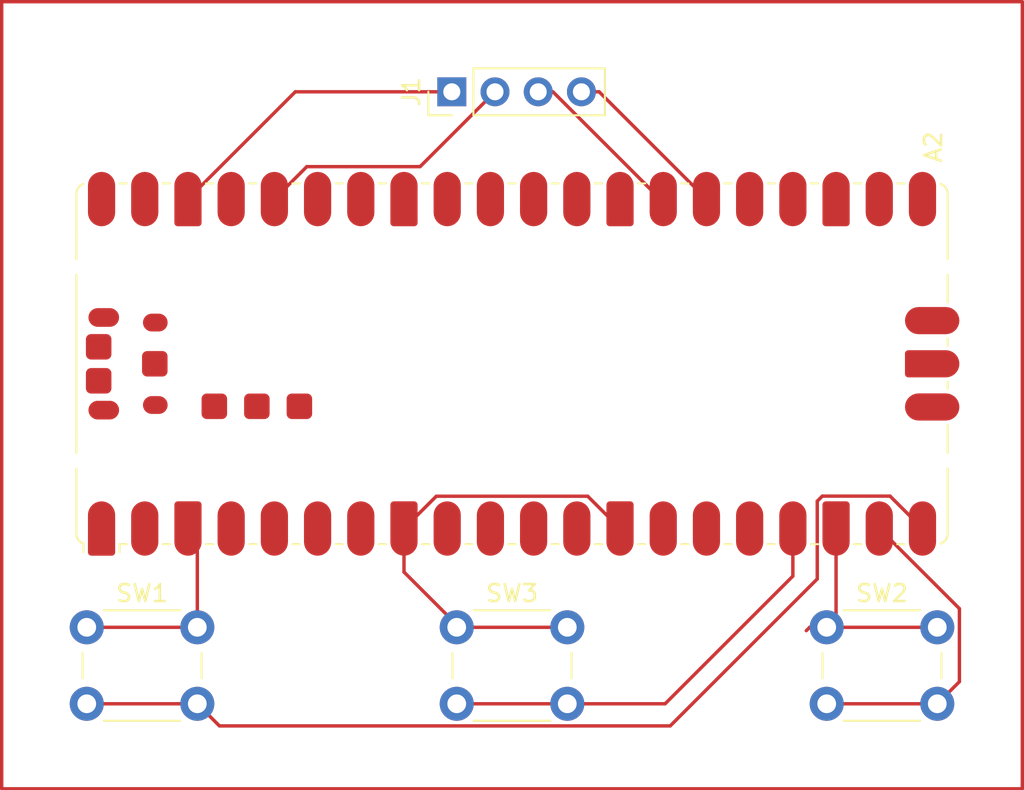
<source format=kicad_pcb>
(kicad_pcb (version 20241229) (generator "pcbnew") (generator_version "9.0")
  (layers (0 "F.Cu" signal) (2 "B.Cu" signal) (13 "F.Paste" user) (15 "B.Paste" user) (5 "F.SilkS" user "F.Silkscreen") (7 "B.SilkS" user "B.Silkscreen") (1 "F.Mask" user) (3 "B.Mask" user) (25 "Edge.Cuts" user))
  (net 0 "")
  (net 1 "Net-(A2-3V3)")
  (net 9 "Net-(A2-GPIO13)")
  (net 11 "Net-(A2-GPIO21)")
  (net 21 "Net-(A2-GPIO20)")
  (net 27 "Net-(A2-GPIO15)")
  (net 30 "Net-(A2-GPIO14)")
  (net 33 "Net-(J1-GND)")
  (footprint "Button_Switch_THT:SW_PUSH_6mm_H7.3mm" (layer "F.Cu") (at 25 40.5)
    (property "Reference" "SW1" (at 3.25 -2 0) (layer "F.SilkS"))
    (property "Value" "SW_Push")
    (fp_line (start -0.25 1.5) (end -0.25 3) (stroke (width 0.12)) (layer "F.SilkS"))
    (fp_line (start 1 5.5) (end 5.5 5.5) (stroke (width 0.12)) (layer "F.SilkS"))
    (fp_line (start 5.5 -1) (end 1 -1) (stroke (width 0.12)) (layer "F.SilkS"))
    (fp_line (start 6.75 3) (end 6.75 1.5) (stroke (width 0.12)) (layer "F.SilkS"))
    (pad "1" thru_hole circle (at 0 0 90) (size 2 2) (drill 1.1) (layers "*.Cu" "*.Mask") (net 33 "Net-(J1-GND)"))
    (pad "1" thru_hole circle (at 6.5 0 90) (size 2 2) (drill 1.1) (layers "*.Cu" "*.Mask") (net 33 "Net-(J1-GND)"))
    (pad "2" thru_hole circle (at 0 4.5 90) (size 2 2) (drill 1.1) (layers "*.Cu" "*.Mask") (net 27 "Net-(A2-GPIO15)"))
    (pad "2" thru_hole circle (at 6.5 4.5 90) (size 2 2) (drill 1.1) (layers "*.Cu" "*.Mask") (net 27 "Net-(A2-GPIO15)"))
  )
  (footprint "Connector_PinHeader_2.54mm:PinHeader_1x04_P2.54mm_Vertical" (layer "F.Cu") (at 46.46 9 90)
    (property "Reference" "J1" (at 0 -2.38 90) (layer "F.SilkS"))
    (property "Value" "I2C OLED")
    (fp_line (start -1.38 -1.38) (end 0 -1.38) (stroke (width 0.12)) (layer "F.SilkS"))
    (fp_line (start -1.38 0) (end -1.38 -1.38) (stroke (width 0.12)) (layer "F.SilkS"))
    (fp_line (start 1.38 1.27) (end 1.38 9) (stroke (width 0.12)) (layer "F.SilkS"))
    (fp_line (start -1.38 1.27) (end 1.38 1.27) (stroke (width 0.12)) (layer "F.SilkS"))
    (fp_line (start -1.38 1.27) (end -1.38 9) (stroke (width 0.12)) (layer "F.SilkS"))
    (fp_line (start -1.38 9) (end 1.38 9) (stroke (width 0.12)) (layer "F.SilkS"))
    (pad "1" thru_hole rect (at 0 0 90) (size 1.7 1.7) (drill 1) (layers "*.Cu" "*.Mask") (net 33 "Net-(J1-GND)"))
    (pad "2" thru_hole circle (at 0 2.54 90) (size 1.7 1.7) (drill 1) (layers "*.Cu" "*.Mask") (net 1 "Net-(A2-3V3)"))
    (pad "3" thru_hole circle (at 0 5.08 90) (size 1.7 1.7) (drill 1) (layers "*.Cu" "*.Mask") (net 11 "Net-(A2-GPIO21)"))
    (pad "4" thru_hole circle (at 0 7.62 90) (size 1.7 1.7) (drill 1) (layers "*.Cu" "*.Mask") (net 21 "Net-(A2-GPIO20)"))
  )
  (footprint "Button_Switch_THT:SW_PUSH_6mm_H7.3mm" (layer "F.Cu") (at 68.5 40.5)
    (property "Reference" "SW2" (at 3.25 -2 0) (layer "F.SilkS"))
    (property "Value" "SW_Push")
    (fp_line (start -0.25 1.5) (end -0.25 3) (stroke (width 0.12)) (layer "F.SilkS"))
    (fp_line (start 1 5.5) (end 5.5 5.5) (stroke (width 0.12)) (layer "F.SilkS"))
    (fp_line (start 5.5 -1) (end 1 -1) (stroke (width 0.12)) (layer "F.SilkS"))
    (fp_line (start 6.75 3) (end 6.75 1.5) (stroke (width 0.12)) (layer "F.SilkS"))
    (pad "1" thru_hole circle (at 0 0 90) (size 2 2) (drill 1.1) (layers "*.Cu" "*.Mask") (net 33 "Net-(J1-GND)"))
    (pad "1" thru_hole circle (at 6.5 0 90) (size 2 2) (drill 1.1) (layers "*.Cu" "*.Mask") (net 33 "Net-(J1-GND)"))
    (pad "2" thru_hole circle (at 0 4.5 90) (size 2 2) (drill 1.1) (layers "*.Cu" "*.Mask") (net 30 "Net-(A2-GPIO14)"))
    (pad "2" thru_hole circle (at 6.5 4.5 90) (size 2 2) (drill 1.1) (layers "*.Cu" "*.Mask") (net 30 "Net-(A2-GPIO14)"))
  )
  (footprint "Module:RaspberryPi_Pico_SMD" (layer "F.Cu") (at 50 25 90)
    (property "Reference" "A2" (at 11.7475 24.765 90) (layer "F.SilkS") (effects (justify left)))
    (property "Value" "RaspberryPi_Pico")
    (fp_line (start 10 -25.61) (end 7.51 -25.61) (stroke (width 0.12)) (layer "F.SilkS"))
    (fp_line (start 6.162061 -25.61) (end 7.51 -25.61) (stroke (width 0.12)) (layer "F.SilkS"))
    (fp_line (start 4.235 -25.61) (end 5.237939 -25.61) (stroke (width 0.12)) (layer "F.SilkS"))
    (fp_line (start -4.235 -25.61) (end 4.235 -25.61) (stroke (width 0.12)) (layer "F.SilkS"))
    (fp_line (start -5.237939 -25.61) (end -4.235 -25.61) (stroke (width 0.12)) (layer "F.SilkS"))
    (fp_line (start -7.51 -25.61) (end -6.16206 -25.61) (stroke (width 0.12)) (layer "F.SilkS"))
    (fp_line (start -10 -25.61) (end -7.51 -25.61) (stroke (width 0.12)) (layer "F.SilkS"))
    (fp_line (start -10.579676 -25.19) (end -11.09 -25.19) (stroke (width 0.12)) (layer "F.SilkS"))
    (fp_line (start 10.61 -23.07) (end 10.61 -22.65) (stroke (width 0.12)) (layer "F.SilkS"))
    (fp_line (start -10.61 -23.07) (end -11.09 -23.07) (stroke (width 0.12)) (layer "F.SilkS"))
    (fp_line (start -10.61 -23.07) (end -10.61 -22.65) (stroke (width 0.12)) (layer "F.SilkS"))
    (fp_line (start 10.61 -20.53) (end 10.61 -20.11) (stroke (width 0.12)) (layer "F.SilkS"))
    (fp_line (start -10.61 -20.53) (end -10.61 -20.11) (stroke (width 0.12)) (layer "F.SilkS"))
    (fp_line (start 10.61 -17.99) (end 10.61 -17.57) (stroke (width 0.12)) (layer "F.SilkS"))
    (fp_line (start -10.61 -17.99) (end -10.61 -17.57) (stroke (width 0.12)) (layer "F.SilkS"))
    (fp_line (start 10.61 -15.45) (end 10.61 -15.03) (stroke (width 0.12)) (layer "F.SilkS"))
    (fp_line (start -10.61 -15.45) (end -10.61 -15.03) (stroke (width 0.12)) (layer "F.SilkS"))
    (fp_line (start 10.61 -12.91) (end 10.61 -12.49) (stroke (width 0.12)) (layer "F.SilkS"))
    (fp_line (start -10.61 -12.91) (end -10.61 -12.49) (stroke (width 0.12)) (layer "F.SilkS"))
    (fp_line (start 10.61 -10.37) (end 10.61 -9.95) (stroke (width 0.12)) (layer "F.SilkS"))
    (fp_line (start -10.61 -10.37) (end -10.61 -9.95) (stroke (width 0.12)) (layer "F.SilkS"))
    (fp_line (start 10.61 -7.83) (end 10.61 -7.41) (stroke (width 0.12)) (layer "F.SilkS"))
    (fp_line (start -10.61 -7.83) (end -10.61 -7.41) (stroke (width 0.12)) (layer "F.SilkS"))
    (fp_line (start 10.61 -5.29) (end 10.61 -4.87) (stroke (width 0.12)) (layer "F.SilkS"))
    (fp_line (start -10.61 -5.29) (end -10.61 -4.87) (stroke (width 0.12)) (layer "F.SilkS"))
    (fp_line (start 10.61 -2.75) (end 10.61 -2.33) (stroke (width 0.12)) (layer "F.SilkS"))
    (fp_line (start -10.61 -2.75) (end -10.61 -2.33) (stroke (width 0.12)) (layer "F.SilkS"))
    (fp_line (start 10.61 -0.21) (end 10.61 0.21) (stroke (width 0.12)) (layer "F.SilkS"))
    (fp_line (start -10.61 -0.21) (end -10.61 0.21) (stroke (width 0.12)) (layer "F.SilkS"))
    (fp_line (start 10.61 2.33) (end 10.61 2.75) (stroke (width 0.12)) (layer "F.SilkS"))
    (fp_line (start -10.61 2.33) (end -10.61 2.75) (stroke (width 0.12)) (layer "F.SilkS"))
    (fp_line (start 10.61 4.87) (end 10.61 5.29) (stroke (width 0.12)) (layer "F.SilkS"))
    (fp_line (start -10.61 4.87) (end -10.61 5.29) (stroke (width 0.12)) (layer "F.SilkS"))
    (fp_line (start 10.61 7.41) (end 10.61 7.83) (stroke (width 0.12)) (layer "F.SilkS"))
    (fp_line (start -10.61 7.41) (end -10.61 7.83) (stroke (width 0.12)) (layer "F.SilkS"))
    (fp_line (start 10.61 9.95) (end 10.61 10.37) (stroke (width 0.12)) (layer "F.SilkS"))
    (fp_line (start -10.61 9.95) (end -10.61 10.37) (stroke (width 0.12)) (layer "F.SilkS"))
    (fp_line (start 10.61 12.49) (end 10.61 12.91) (stroke (width 0.12)) (layer "F.SilkS"))
    (fp_line (start -10.61 12.49) (end -10.61 12.91) (stroke (width 0.12)) (layer "F.SilkS"))
    (fp_line (start 10.61 15.03) (end 10.61 15.45) (stroke (width 0.12)) (layer "F.SilkS"))
    (fp_line (start -10.61 15.03) (end -10.61 15.45) (stroke (width 0.12)) (layer "F.SilkS"))
    (fp_line (start 10.61 17.57) (end 10.61 17.99) (stroke (width 0.12)) (layer "F.SilkS"))
    (fp_line (start -10.61 17.57) (end -10.61 17.99) (stroke (width 0.12)) (layer "F.SilkS"))
    (fp_line (start 10.61 20.11) (end 10.61 20.53) (stroke (width 0.12)) (layer "F.SilkS"))
    (fp_line (start -10.61 20.11) (end -10.61 20.53) (stroke (width 0.12)) (layer "F.SilkS"))
    (fp_line (start 10.61 22.65) (end 10.61 23.07) (stroke (width 0.12)) (layer "F.SilkS"))
    (fp_line (start -10.61 22.65) (end -10.61 23.07) (stroke (width 0.12)) (layer "F.SilkS"))
    (fp_line (start 6.162061 25.61) (end 10 25.61) (stroke (width 0.12)) (layer "F.SilkS"))
    (fp_line (start 5.237939 25.61) (end 3.6 25.61) (stroke (width 0.12)) (layer "F.SilkS"))
    (fp_line (start 1.06 25.61) (end 1.48 25.61) (stroke (width 0.12)) (layer "F.SilkS"))
    (fp_line (start -1.48 25.61) (end -1.06 25.61) (stroke (width 0.12)) (layer "F.SilkS"))
    (fp_line (start -3.6 25.61) (end -5.237939 25.61) (stroke (width 0.12)) (layer "F.SilkS"))
    (fp_line (start -10 25.61) (end -6.162061 25.61) (stroke (width 0.12)) (layer "F.SilkS"))
    (fp_arc (start 10 -25.61) (mid 10.357937 -25.493944) (end 10.579676 -25.189937) (stroke (width 0.12)) (layer "F.SilkS"))
    (fp_arc (start -10.579676 -25.19) (mid -10.357938 -25.493944) (end -10 -25.61) (stroke (width 0.12)) (layer "F.SilkS"))
    (fp_arc (start 10.579676 25.189937) (mid 10.357958 25.493991) (end 10 25.61) (stroke (width 0.12)) (layer "F.SilkS"))
    (fp_arc (start -10 25.61) (mid -10.357937 25.493944) (end -10.579676 25.189937) (stroke (width 0.12)) (layer "F.SilkS"))
    (pad "" smd rect (at -8.89 -24.13 90) (size 3.8 2.2) (drill (offset -0.8 0)) (layers "F.Paste"))
    (pad "" smd rect (at -8.89 -21.59 90) (size 3.8 2.2) (drill (offset -0.8 0)) (layers "F.Paste"))
    (pad "" smd rect (at -8.89 -19.05 90) (size 3.8 2.2) (drill (offset -0.8 0)) (layers "F.Paste"))
    (pad "" smd rect (at -8.89 -16.51 90) (size 3.8 2.2) (drill (offset -0.8 0)) (layers "F.Paste"))
    (pad "" smd rect (at -8.89 -13.97 90) (size 3.8 2.2) (drill (offset -0.8 0)) (layers "F.Paste"))
    (pad "" smd rect (at -8.89 -11.43 90) (size 3.8 2.2) (drill (offset -0.8 0)) (layers "F.Paste"))
    (pad "" smd rect (at -8.89 -8.89 90) (size 3.8 2.2) (drill (offset -0.8 0)) (layers "F.Paste"))
    (pad "" smd rect (at -8.89 -6.35 90) (size 3.8 2.2) (drill (offset -0.8 0)) (layers "F.Paste"))
    (pad "" smd rect (at -8.89 -3.81 90) (size 3.8 2.2) (drill (offset -0.8 0)) (layers "F.Paste"))
    (pad "" smd rect (at -8.89 -1.27 90) (size 3.8 2.2) (drill (offset -0.8 0)) (layers "F.Paste"))
    (pad "" smd rect (at -8.89 1.27 90) (size 3.8 2.2) (drill (offset -0.8 0)) (layers "F.Paste"))
    (pad "" smd rect (at -8.89 3.81 90) (size 3.8 2.2) (drill (offset -0.8 0)) (layers "F.Paste"))
    (pad "" smd rect (at -8.89 6.35 90) (size 3.8 2.2) (drill (offset -0.8 0)) (layers "F.Paste"))
    (pad "" smd rect (at -8.89 8.89 90) (size 3.8 2.2) (drill (offset -0.8 0)) (layers "F.Paste"))
    (pad "" smd rect (at -8.89 11.43 90) (size 3.8 2.2) (drill (offset -0.8 0)) (layers "F.Paste"))
    (pad "" smd rect (at -8.89 13.97 90) (size 3.8 2.2) (drill (offset -0.8 0)) (layers "F.Paste"))
    (pad "" smd rect (at -8.89 16.51 90) (size 3.8 2.2) (drill (offset -0.8 0)) (layers "F.Paste"))
    (pad "" smd rect (at -8.89 19.05 90) (size 3.8 2.2) (drill (offset -0.8 0)) (layers "F.Paste"))
    (pad "" smd rect (at -8.89 21.59 90) (size 3.8 2.2) (drill (offset -0.8 0)) (layers "F.Paste"))
    (pad "" smd rect (at -8.89 24.13 90) (size 3.8 2.2) (drill (offset -0.8 0)) (layers "F.Paste"))
    (pad "" smd oval (at -2.725 -24 90) (size 1.1 1.8) (layers "F.Cu" "F.Mask" "F.Paste"))
    (pad "" smd rect (at -2.54 23.9 90) (size 2.2 3.8) (drill (offset 0 0.8)) (layers "F.Paste"))
    (pad "" smd oval (at -2.425 -20.97 90) (size 1.05 1.45) (layers "F.Cu" "F.Mask" "F.Paste"))
    (pad "" smd rect (at 0 23.9 90) (size 2.2 3.8) (drill (offset 0 0.8)) (layers "F.Paste"))
    (pad "" smd oval (at 2.425 -20.97 90) (size 1.05 1.45) (layers "F.Cu" "F.Mask" "F.Paste"))
    (pad "" smd rect (at 2.54 23.9 90) (size 2.2 3.8) (drill (offset 0 0.8)) (layers "F.Paste"))
    (pad "" smd oval (at 2.725 -24 90) (size 1.1 1.8) (layers "F.Cu" "F.Mask" "F.Paste"))
    (pad "" smd rect (at 8.89 -24.13 90) (size 3.8 2.2) (drill (offset 0.8 0)) (layers "F.Paste"))
    (pad "" smd rect (at 8.89 -21.59 90) (size 3.8 2.2) (drill (offset 0.8 0)) (layers "F.Paste"))
    (pad "" smd rect (at 8.89 -19.05 90) (size 3.8 2.2) (drill (offset 0.8 0)) (layers "F.Paste"))
    (pad "" smd rect (at 8.89 -16.51 90) (size 3.8 2.2) (drill (offset 0.8 0)) (layers "F.Paste"))
    (pad "" smd rect (at 8.89 -13.97 90) (size 3.8 2.2) (drill (offset 0.8 0)) (layers "F.Paste"))
    (pad "" smd rect (at 8.89 -11.43 90) (size 3.8 2.2) (drill (offset 0.8 0)) (layers "F.Paste"))
    (pad "" smd rect (at 8.89 -8.89 90) (size 3.8 2.2) (drill (offset 0.8 0)) (layers "F.Paste"))
    (pad "" smd rect (at 8.89 -6.35 90) (size 3.8 2.2) (drill (offset 0.8 0)) (layers "F.Paste"))
    (pad "" smd rect (at 8.89 -3.81 90) (size 3.8 2.2) (drill (offset 0.8 0)) (layers "F.Paste"))
    (pad "" smd rect (at 8.89 -1.27 90) (size 3.8 2.2) (drill (offset 0.8 0)) (layers "F.Paste"))
    (pad "" smd rect (at 8.89 1.27 90) (size 3.8 2.2) (drill (offset 0.8 0)) (layers "F.Paste"))
    (pad "" smd rect (at 8.89 3.81 90) (size 3.8 2.2) (drill (offset 0.8 0)) (layers "F.Paste"))
    (pad "" smd rect (at 8.89 6.35 90) (size 3.8 2.2) (drill (offset 0.8 0)) (layers "F.Paste"))
    (pad "" smd rect (at 8.89 8.89 90) (size 3.8 2.2) (drill (offset 0.8 0)) (layers "F.Paste"))
    (pad "" smd rect (at 8.89 11.43 90) (size 3.8 2.2) (drill (offset 0.8 0)) (layers "F.Paste"))
    (pad "" smd rect (at 8.89 13.97 90) (size 3.8 2.2) (drill (offset 0.8 0)) (layers "F.Paste"))
    (pad "" smd rect (at 8.89 16.51 90) (size 3.8 2.2) (drill (offset 0.8 0)) (layers "F.Paste"))
    (pad "" smd rect (at 8.89 19.05 90) (size 3.8 2.2) (drill (offset 0.8 0)) (layers "F.Paste"))
    (pad "" smd rect (at 8.89 21.59 90) (size 3.8 2.2) (drill (offset 0.8 0)) (layers "F.Paste"))
    (pad "" smd rect (at 8.89 24.13 90) (size 3.8 2.2) (drill (offset 0.8 0)) (layers "F.Paste"))
    (pad "1" smd custom (at -9.69 -24.13 90) (size 1.6 0.8) (layers "F.Cu" "F.Mask") (options (clearance outline) (anchor rect)) (primitives (gr_circle (center 0.8 0) (end 1.6 0) (width 0) (fill yes)) (gr_poly (pts (xy -1.6 -0.6) (xy -1.6 0.6) (xy -1.4 0.8) (xy 0.8 0.8) (xy 0.8 -0.8) (xy -1.4 -0.8)) (width 0) (fill yes)) (gr_circle (center -1.4 -0.6) (end -1.2 -0.6) (width 0) (fill yes)) (gr_circle (center -1.4 0.6) (end -1.2 0.6) (width 0) (fill yes))))
    (pad "2" smd roundrect (at -9.69 -21.59 90) (size 3.2 1.6) (layers "F.Cu" "F.Mask") (roundrect_rratio 0.5))
    (pad "3" smd custom (at -9.69 -19.05 90) (size 1.6 0.8) (layers "F.Cu" "F.Mask") (net 33 "Net-(J1-GND)") (options (clearance outline) (anchor rect)) (primitives (gr_circle (center -0.8 0) (end 0 0) (width 0) (fill yes)) (gr_poly (pts (xy 1.6 -0.6) (xy 1.6 0.6) (xy 1.4 0.8) (xy -0.8 0.8) (xy -0.8 -0.8) (xy 1.4 -0.8)) (width 0) (fill yes)) (gr_circle (center 1.4 -0.6) (end 1.6 -0.6) (width 0) (fill yes)) (gr_circle (center 1.4 0.6) (end 1.6 0.6) (width 0) (fill yes))))
    (pad "4" smd roundrect (at -9.69 -16.51 90) (size 3.2 1.6) (layers "F.Cu" "F.Mask") (roundrect_rratio 0.5))
    (pad "5" smd roundrect (at -9.69 -13.97 90) (size 3.2 1.6) (layers "F.Cu" "F.Mask") (roundrect_rratio 0.5))
    (pad "6" smd roundrect (at -9.69 -11.43 90) (size 3.2 1.6) (layers "F.Cu" "F.Mask") (roundrect_rratio 0.5))
    (pad "7" smd roundrect (at -9.69 -8.89 90) (size 3.2 1.6) (layers "F.Cu" "F.Mask") (roundrect_rratio 0.5))
    (pad "8" smd custom (at -9.69 -6.35 90) (size 1.6 0.8) (layers "F.Cu" "F.Mask") (net 33 "Net-(J1-GND)") (options (clearance outline) (anchor rect)) (primitives (gr_circle (center -0.8 0) (end 0 0) (width 0) (fill yes)) (gr_poly (pts (xy 1.6 -0.6) (xy 1.6 0.6) (xy 1.4 0.8) (xy -0.8 0.8) (xy -0.8 -0.8) (xy 1.4 -0.8)) (width 0) (fill yes)) (gr_circle (center 1.4 -0.6) (end 1.6 -0.6) (width 0) (fill yes)) (gr_circle (center 1.4 0.6) (end 1.6 0.6) (width 0) (fill yes))))
    (pad "9" smd roundrect (at -9.69 -3.81 90) (size 3.2 1.6) (layers "F.Cu" "F.Mask") (roundrect_rratio 0.5))
    (pad "10" smd roundrect (at -9.69 -1.27 90) (size 3.2 1.6) (layers "F.Cu" "F.Mask") (roundrect_rratio 0.5))
    (pad "11" smd roundrect (at -9.69 1.27 90) (size 3.2 1.6) (layers "F.Cu" "F.Mask") (roundrect_rratio 0.5))
    (pad "12" smd roundrect (at -9.69 3.81 90) (size 3.2 1.6) (layers "F.Cu" "F.Mask") (roundrect_rratio 0.5))
    (pad "13" smd custom (at -9.69 6.35 90) (size 1.6 0.8) (layers "F.Cu" "F.Mask") (net 33 "Net-(J1-GND)") (options (clearance outline) (anchor rect)) (primitives (gr_circle (center -0.8 0) (end 0 0) (width 0) (fill yes)) (gr_poly (pts (xy 1.6 -0.6) (xy 1.6 0.6) (xy 1.4 0.8) (xy -0.8 0.8) (xy -0.8 -0.8) (xy 1.4 -0.8)) (width 0) (fill yes)) (gr_circle (center 1.4 -0.6) (end 1.6 -0.6) (width 0) (fill yes)) (gr_circle (center 1.4 0.6) (end 1.6 0.6) (width 0) (fill yes))))
    (pad "14" smd roundrect (at -9.69 8.89 90) (size 3.2 1.6) (layers "F.Cu" "F.Mask") (roundrect_rratio 0.5))
    (pad "15" smd roundrect (at -9.69 11.43 90) (size 3.2 1.6) (layers "F.Cu" "F.Mask") (roundrect_rratio 0.5))
    (pad "16" smd roundrect (at -9.69 13.97 90) (size 3.2 1.6) (layers "F.Cu" "F.Mask") (roundrect_rratio 0.5))
    (pad "17" smd roundrect (at -9.69 16.51 90) (size 3.2 1.6) (layers "F.Cu" "F.Mask") (roundrect_rratio 0.5) (net 9 "Net-(A2-GPIO13)"))
    (pad "18" smd custom (at -9.69 19.05 90) (size 1.6 0.8) (layers "F.Cu" "F.Mask") (net 33 "Net-(J1-GND)") (options (clearance outline) (anchor rect)) (primitives (gr_circle (center -0.8 0) (end 0 0) (width 0) (fill yes)) (gr_poly (pts (xy 1.6 -0.6) (xy 1.6 0.6) (xy 1.4 0.8) (xy -0.8 0.8) (xy -0.8 -0.8) (xy 1.4 -0.8)) (width 0) (fill yes)) (gr_circle (center 1.4 -0.6) (end 1.6 -0.6) (width 0) (fill yes)) (gr_circle (center 1.4 0.6) (end 1.6 0.6) (width 0) (fill yes))))
    (pad "19" smd roundrect (at -9.69 21.59 90) (size 3.2 1.6) (layers "F.Cu" "F.Mask") (roundrect_rratio 0.5) (net 30 "Net-(A2-GPIO14)"))
    (pad "20" smd roundrect (at -9.69 24.13 90) (size 3.2 1.6) (layers "F.Cu" "F.Mask") (roundrect_rratio 0.5) (net 27 "Net-(A2-GPIO15)"))
    (pad "21" smd roundrect (at 9.69 24.13 90) (size 3.2 1.6) (layers "F.Cu" "F.Mask") (roundrect_rratio 0.5))
    (pad "22" smd roundrect (at 9.69 21.59 90) (size 3.2 1.6) (layers "F.Cu" "F.Mask") (roundrect_rratio 0.5))
    (pad "23" smd custom (at 9.69 19.05 90) (size 1.6 0.8) (layers "F.Cu" "F.Mask") (net 33 "Net-(J1-GND)") (options (clearance outline) (anchor rect)) (primitives (gr_circle (center 0.8 0) (end 1.6 0) (width 0) (fill yes)) (gr_poly (pts (xy -1.6 -0.6) (xy -1.6 0.6) (xy -1.4 0.8) (xy 0.8 0.8) (xy 0.8 -0.8) (xy -1.4 -0.8)) (width 0) (fill yes)) (gr_circle (center -1.4 -0.6) (end -1.2 -0.6) (width 0) (fill yes)) (gr_circle (center -1.4 0.6) (end -1.2 0.6) (width 0) (fill yes))))
    (pad "24" smd roundrect (at 9.69 16.51 90) (size 3.2 1.6) (layers "F.Cu" "F.Mask") (roundrect_rratio 0.5))
    (pad "25" smd roundrect (at 9.69 13.97 90) (size 3.2 1.6) (layers "F.Cu" "F.Mask") (roundrect_rratio 0.5))
    (pad "26" smd roundrect (at 9.69 11.43 90) (size 3.2 1.6) (layers "F.Cu" "F.Mask") (roundrect_rratio 0.5) (net 21 "Net-(A2-GPIO20)"))
    (pad "27" smd roundrect (at 9.69 8.89 90) (size 3.2 1.6) (layers "F.Cu" "F.Mask") (roundrect_rratio 0.5) (net 11 "Net-(A2-GPIO21)"))
    (pad "28" smd custom (at 9.69 6.35 90) (size 1.6 0.8) (layers "F.Cu" "F.Mask") (net 33 "Net-(J1-GND)") (options (clearance outline) (anchor rect)) (primitives (gr_circle (center 0.8 0) (end 1.6 0) (width 0) (fill yes)) (gr_poly (pts (xy -1.6 -0.6) (xy -1.6 0.6) (xy -1.4 0.8) (xy 0.8 0.8) (xy 0.8 -0.8) (xy -1.4 -0.8)) (width 0) (fill yes)) (gr_circle (center -1.4 -0.6) (end -1.2 -0.6) (width 0) (fill yes)) (gr_circle (center -1.4 0.6) (end -1.2 0.6) (width 0) (fill yes))))
    (pad "29" smd roundrect (at 9.69 3.81 90) (size 3.2 1.6) (layers "F.Cu" "F.Mask") (roundrect_rratio 0.5))
    (pad "30" smd roundrect (at 9.69 1.27 90) (size 3.2 1.6) (layers "F.Cu" "F.Mask") (roundrect_rratio 0.5))
    (pad "31" smd roundrect (at 9.69 -1.27 90) (size 3.2 1.6) (layers "F.Cu" "F.Mask") (roundrect_rratio 0.5))
    (pad "32" smd roundrect (at 9.69 -3.81 90) (size 3.2 1.6) (layers "F.Cu" "F.Mask") (roundrect_rratio 0.5))
    (pad "33" smd custom (at 9.69 -6.35 90) (size 1.6 0.8) (layers "F.Cu" "F.Mask") (options (clearance outline) (anchor rect)) (primitives (gr_circle (center 0.8 0) (end 1.6 0) (width 0) (fill yes)) (gr_poly (pts (xy -1.6 -0.6) (xy -1.6 0.6) (xy -1.4 0.8) (xy 0.8 0.8) (xy 0.8 -0.8) (xy -1.4 -0.8)) (width 0) (fill yes)) (gr_circle (center -1.4 -0.6) (end -1.2 -0.6) (width 0) (fill yes)) (gr_circle (center -1.4 0.6) (end -1.2 0.6) (width 0) (fill yes))))
    (pad "34" smd roundrect (at 9.69 -8.89 90) (size 3.2 1.6) (layers "F.Cu" "F.Mask") (roundrect_rratio 0.5))
    (pad "35" smd roundrect (at 9.69 -11.43 90) (size 3.2 1.6) (layers "F.Cu" "F.Mask") (roundrect_rratio 0.5))
    (pad "36" smd roundrect (at 9.69 -13.97 90) (size 3.2 1.6) (layers "F.Cu" "F.Mask") (roundrect_rratio 0.5) (net 1 "Net-(A2-3V3)"))
    (pad "37" smd roundrect (at 9.69 -16.51 90) (size 3.2 1.6) (layers "F.Cu" "F.Mask") (roundrect_rratio 0.5))
    (pad "38" smd custom (at 9.69 -19.05 90) (size 1.6 0.8) (layers "F.Cu" "F.Mask") (net 33 "Net-(J1-GND)") (options (clearance outline) (anchor rect)) (primitives (gr_circle (center 0.8 0) (end 1.6 0) (width 0) (fill yes)) (gr_poly (pts (xy -1.6 -0.6) (xy -1.6 0.6) (xy -1.4 0.8) (xy 0.8 0.8) (xy 0.8 -0.8) (xy -1.4 -0.8)) (width 0) (fill yes)) (gr_circle (center -1.4 -0.6) (end -1.2 -0.6) (width 0) (fill yes)) (gr_circle (center -1.4 0.6) (end -1.2 0.6) (width 0) (fill yes))))
    (pad "39" smd roundrect (at 9.69 -21.59 90) (size 3.2 1.6) (layers "F.Cu" "F.Mask") (roundrect_rratio 0.5))
    (pad "40" smd roundrect (at 9.69 -24.13 90) (size 3.2 1.6) (layers "F.Cu" "F.Mask") (roundrect_rratio 0.5) (net 1 "Net-(A2-3V3)"))
    (pad "D1" smd roundrect (at -2.54 23.9 180) (size 3.2 1.6) (drill (offset -0.8 0)) (layers "F.Cu" "F.Mask") (roundrect_rratio 0.5))
    (pad "D2" smd custom (at 0 23.9) (size 1.6 1.6) (layers "F.Cu" "F.Mask") (options (clearance outline) (anchor circle)) (primitives (gr_poly (pts (xy -0.8 -0.6) (xy -0.8 0.6) (xy -0.6 0.8) (xy 1.6 0.8) (xy 1.6 -0.8) (xy -0.6 -0.8)) (width 0) (fill yes)) (gr_circle (center -0.6 0.6) (end -0.4 0.6) (width 0) (fill yes)) (gr_circle (center -0.6 -0.6) (end -0.4 -0.6) (width 0) (fill yes)) (gr_circle (center 1.6 0) (end 2.4 0) (width 0) (fill yes))))
    (pad "D3" smd roundrect (at 2.54 23.9 180) (size 3.2 1.6) (drill (offset -0.8 0)) (layers "F.Cu" "F.Mask") (roundrect_rratio 0.5))
    (pad "TP1" smd roundrect (at 0 -21 90) (size 1.5 1.5) (layers "F.Cu" "F.Mask" "F.Paste") (roundrect_rratio 0.2))
    (pad "TP2" smd roundrect (at 1 -24.3 90) (size 1.5 1.5) (layers "F.Cu" "F.Mask" "F.Paste") (roundrect_rratio 0.2))
    (pad "TP3" smd roundrect (at -1 -24.3 90) (size 1.5 1.5) (layers "F.Cu" "F.Mask" "F.Paste") (roundrect_rratio 0.2))
    (pad "TP4" smd roundrect (at -2.5 -17.5 90) (size 1.5 1.5) (layers "F.Cu" "F.Mask" "F.Paste") (roundrect_rratio 0.2))
    (pad "TP5" smd roundrect (at -2.5 -15 90) (size 1.5 1.5) (layers "F.Cu" "F.Mask" "F.Paste") (roundrect_rratio 0.2))
    (pad "TP6" smd roundrect (at -2.5 -12.5 90) (size 1.5 1.5) (layers "F.Cu" "F.Mask" "F.Paste") (roundrect_rratio 0.2))
  )
  (footprint "Button_Switch_THT:SW_PUSH_6mm_H7.3mm" (layer "F.Cu") (at 46.75 40.5)
    (property "Reference" "SW3" (at 3.25 -2 0) (layer "F.SilkS"))
    (property "Value" "SW_Push")
    (fp_line (start -0.25 1.5) (end -0.25 3) (stroke (width 0.12)) (layer "F.SilkS"))
    (fp_line (start 1 5.5) (end 5.5 5.5) (stroke (width 0.12)) (layer "F.SilkS"))
    (fp_line (start 5.5 -1) (end 1 -1) (stroke (width 0.12)) (layer "F.SilkS"))
    (fp_line (start 6.75 3) (end 6.75 1.5) (stroke (width 0.12)) (layer "F.SilkS"))
    (pad "1" thru_hole circle (at 0 0 90) (size 2 2) (drill 1.1) (layers "*.Cu" "*.Mask") (net 33 "Net-(J1-GND)"))
    (pad "1" thru_hole circle (at 6.5 0 90) (size 2 2) (drill 1.1) (layers "*.Cu" "*.Mask") (net 33 "Net-(J1-GND)"))
    (pad "2" thru_hole circle (at 0 4.5 90) (size 2 2) (drill 1.1) (layers "*.Cu" "*.Mask") (net 9 "Net-(A2-GPIO13)"))
    (pad "2" thru_hole circle (at 6.5 4.5 90) (size 2 2) (drill 1.1) (layers "*.Cu" "*.Mask") (net 9 "Net-(A2-GPIO13)"))
  )
  (gr_rect (start 20 3.7) (end 80 50) (stroke (width 0.2)) (fill no) (layer "F.Cu") (net 11))
  (segment (start 37.936 13.404) (end 36.03 15.31) (width 0.2) (layer "F.Cu") (net 1))
  (segment (start 49 9) (end 44.596 13.404) (width 0.2) (layer "F.Cu") (net 1))
  (segment (start 44.596 13.404) (end 37.936 13.404) (width 0.2) (layer "F.Cu") (net 1))
  (segment (start 53.25 45) (end 46.75 45) (width 0.2) (layer "F.Cu") (net 9))
  (segment (start 66.51 37.49) (end 66.51 34.69) (width 0.2) (layer "F.Cu") (net 9))
  (segment (start 59 45) (end 66.51 37.49) (width 0.2) (layer "F.Cu") (net 9))
  (segment (start 53.25 45) (end 59 45) (width 0.2) (layer "F.Cu") (net 9))
  (segment (start 52.404122 9) (end 58.714122 15.31) (width 0.2) (layer "F.Cu") (net 11))
  (segment (start 58.714122 15.31) (end 58.89 15.31) (width 0.2) (layer "F.Cu") (net 11))
  (segment (start 51.54 9) (end 52.404122 9) (width 0.2) (layer "F.Cu") (net 11))
  (segment (start 55.12 9) (end 61.43 15.31) (width 0.2) (layer "F.Cu") (net 21))
  (segment (start 54.08 9) (end 55.12 9) (width 0.2) (layer "F.Cu") (net 21))
  (segment (start 72.224 32.784) (end 74.13 34.69) (width 0.2) (layer "F.Cu") (net 27))
  (segment (start 67.944 33.080406) (end 68.240406 32.784) (width 0.2) (layer "F.Cu") (net 27))
  (segment (start 32.801 46.301) (end 59.299 46.301) (width 0.2) (layer "F.Cu") (net 27))
  (segment (start 59.299 46.301) (end 67.944 37.656) (width 0.2) (layer "F.Cu") (net 27))
  (segment (start 68.240406 32.784) (end 72.224 32.784) (width 0.2) (layer "F.Cu") (net 27))
  (segment (start 67.944 37.656) (end 67.944 33.080406) (width 0.2) (layer "F.Cu") (net 27))
  (segment (start 31.5 45) (end 25 45) (width 0.2) (layer "F.Cu") (net 27))
  (segment (start 31.5 45) (end 32.801 46.301) (width 0.2) (layer "F.Cu") (net 27))
  (segment (start 75 45) (end 68.5 45) (width 0.2) (layer "F.Cu") (net 30))
  (segment (start 76.301 43.699) (end 76.301 39.401) (width 0.2) (layer "F.Cu") (net 30))
  (segment (start 75 45) (end 76.301 43.699) (width 0.2) (layer "F.Cu") (net 30))
  (segment (start 76.301 39.401) (end 71.59 34.69) (width 0.2) (layer "F.Cu") (net 30))
  (segment (start 46.75 40.35) (end 43.65 37.25) (width 0.2) (layer "F.Cu") (net 33))
  (segment (start 69.05 34.69) (end 69.05 39.95) (width 0.2) (layer "F.Cu") (net 33))
  (segment (start 43.65 37.25) (end 43.65 34.69) (width 0.2) (layer "F.Cu") (net 33))
  (segment (start 67.5 40.5) (end 68.5 40.5) (width 0.2) (layer "F.Cu") (net 33))
  (segment (start 45.551 32.789) (end 43.65 34.69) (width 0.2) (layer "F.Cu") (net 33))
  (segment (start 69.05 39.95) (end 68.5 40.5) (width 0.2) (layer "F.Cu") (net 33))
  (segment (start 46.46 9) (end 37.26 9) (width 0.2) (layer "F.Cu") (net 33))
  (segment (start 54.449 32.789) (end 45.551 32.789) (width 0.2) (layer "F.Cu") (net 33))
  (segment (start 56.35 34.69) (end 54.449 32.789) (width 0.2) (layer "F.Cu") (net 33))
  (segment (start 31.5 35.5) (end 31.5 40.5) (width 0.2) (layer "F.Cu") (net 33))
  (segment (start 46.75 40.5) (end 46.75 40.35) (width 0.2) (layer "F.Cu") (net 33))
  (segment (start 30.95 34.95) (end 31.5 35.5) (width 0.2) (layer "F.Cu") (net 33))
  (segment (start 37.26 9) (end 30.95 15.31) (width 0.2) (layer "F.Cu") (net 33))
  (segment (start 31.5 40.5) (end 25 40.5) (width 0.2) (layer "F.Cu") (net 33))
  (segment (start 30.95 34.69) (end 30.95 34.95) (width 0.2) (layer "F.Cu") (net 33))
  (segment (start 67.5 40.5) (end 67.3 40.7) (width 0.2) (layer "F.Cu") (net 33))
  (segment (start 75 40.5) (end 67.5 40.5) (width 0.2) (layer "F.Cu") (net 33))
  (segment (start 46.75 40.5) (end 53.25 40.5) (width 0.2) (layer "F.Cu") (net 33))
)
</source>
